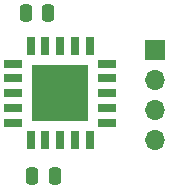
<source format=gbr>
%TF.GenerationSoftware,KiCad,Pcbnew,(6.0.0)*%
%TF.CreationDate,2022-03-17T14:10:59-06:00*%
%TF.ProjectId,sensor-co2,73656e73-6f72-42d6-936f-322e6b696361,rev?*%
%TF.SameCoordinates,Original*%
%TF.FileFunction,Soldermask,Top*%
%TF.FilePolarity,Negative*%
%FSLAX46Y46*%
G04 Gerber Fmt 4.6, Leading zero omitted, Abs format (unit mm)*
G04 Created by KiCad (PCBNEW (6.0.0)) date 2022-03-17 14:10:59*
%MOMM*%
%LPD*%
G01*
G04 APERTURE LIST*
G04 Aperture macros list*
%AMRoundRect*
0 Rectangle with rounded corners*
0 $1 Rounding radius*
0 $2 $3 $4 $5 $6 $7 $8 $9 X,Y pos of 4 corners*
0 Add a 4 corners polygon primitive as box body*
4,1,4,$2,$3,$4,$5,$6,$7,$8,$9,$2,$3,0*
0 Add four circle primitives for the rounded corners*
1,1,$1+$1,$2,$3*
1,1,$1+$1,$4,$5*
1,1,$1+$1,$6,$7*
1,1,$1+$1,$8,$9*
0 Add four rect primitives between the rounded corners*
20,1,$1+$1,$2,$3,$4,$5,0*
20,1,$1+$1,$4,$5,$6,$7,0*
20,1,$1+$1,$6,$7,$8,$9,0*
20,1,$1+$1,$8,$9,$2,$3,0*%
G04 Aperture macros list end*
%ADD10R,1.500000X0.800000*%
%ADD11R,0.800000X1.500000*%
%ADD12R,4.800000X4.800000*%
%ADD13RoundRect,0.250000X0.250000X0.475000X-0.250000X0.475000X-0.250000X-0.475000X0.250000X-0.475000X0*%
%ADD14R,1.700000X1.700000*%
%ADD15O,1.700000X1.700000*%
G04 APERTURE END LIST*
D10*
%TO.C,U1*%
X133230000Y-83330000D03*
X133230000Y-84580000D03*
X133230000Y-85830000D03*
X133230000Y-87080000D03*
X133230000Y-88330000D03*
D11*
X134730000Y-89830000D03*
X135980000Y-89830000D03*
X137230000Y-89830000D03*
X138480000Y-89830000D03*
X139730000Y-89830000D03*
D10*
X141230000Y-88330000D03*
X141230000Y-87080000D03*
X141230000Y-85830000D03*
X141230000Y-84580000D03*
X141230000Y-83330000D03*
D11*
X139730000Y-81830000D03*
X138480000Y-81830000D03*
X137230000Y-81830000D03*
X135980000Y-81830000D03*
X134730000Y-81830000D03*
D12*
X137230000Y-85830000D03*
%TD*%
D13*
%TO.C,C3*%
X136200000Y-79050000D03*
X134300000Y-79050000D03*
%TD*%
%TO.C,C1*%
X136770000Y-92840000D03*
X134870000Y-92840000D03*
%TD*%
D14*
%TO.C,J2*%
X145280000Y-82200000D03*
D15*
X145280000Y-84740000D03*
X145280000Y-87280000D03*
X145280000Y-89820000D03*
%TD*%
M02*

</source>
